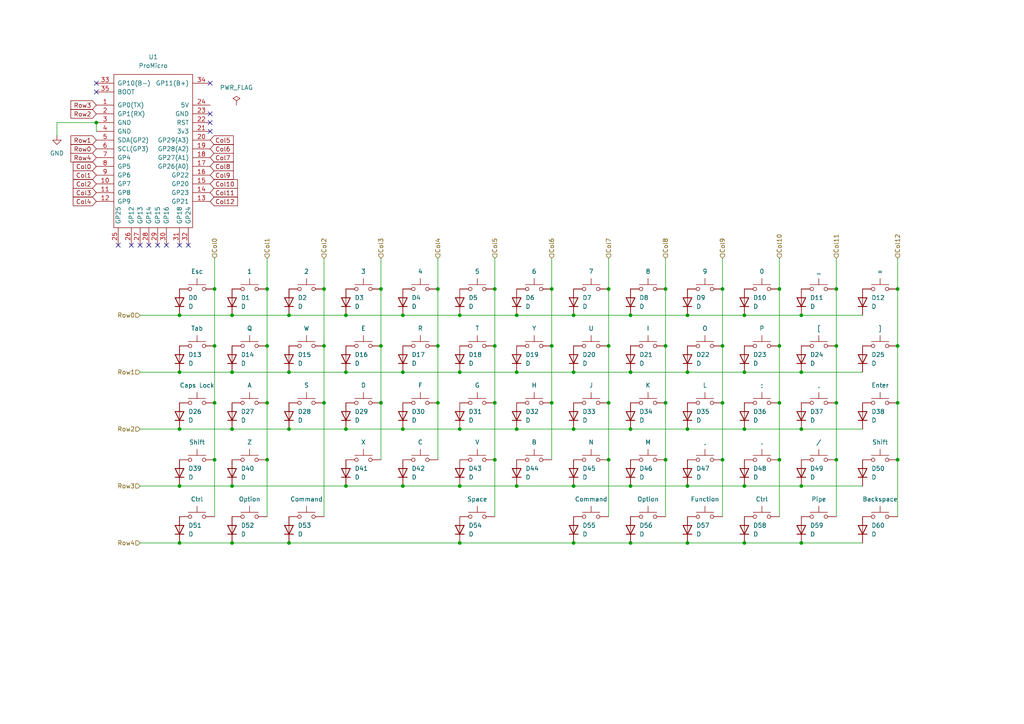
<source format=kicad_sch>
(kicad_sch (version 20250114) (generator "eeschema") (generator_version "9.0")
  (paper "A4")
  (junction (at 62.23 133.35))
  (junction (at 149.86 124.46))
  (junction (at 110.49 83.82))
  (junction (at 67.31 107.95))
  (junction (at 176.53 83.82))
  (junction (at 127 116.84))
  (junction (at 27.94 35.56))
  (junction (at 160.02 100.33))
  (junction (at 232.41 91.44))
  (junction (at 133.35 91.44))
  (junction (at 182.88 91.44))
  (junction (at 100.33 124.46))
  (junction (at 110.49 100.33))
  (junction (at 242.57 100.33))
  (junction (at 182.88 140.97))
  (junction (at 260.35 100.33))
  (junction (at 166.37 107.95))
  (junction (at 52.07 107.95))
  (junction (at 67.31 140.97))
  (junction (at 176.53 116.84))
  (junction (at 215.9 124.46))
  (junction (at 127 83.82))
  (junction (at 116.84 107.95))
  (junction (at 166.37 124.46))
  (junction (at 143.51 133.35))
  (junction (at 209.55 133.35))
  (junction (at 226.06 83.82))
  (junction (at 199.39 140.97))
  (junction (at 182.88 157.48))
  (junction (at 77.47 116.84))
  (junction (at 149.86 140.97))
  (junction (at 242.57 133.35))
  (junction (at 143.51 100.33))
  (junction (at 182.88 107.95))
  (junction (at 83.82 107.95))
  (junction (at 100.33 91.44))
  (junction (at 67.31 157.48))
  (junction (at 209.55 83.82))
  (junction (at 215.9 107.95))
  (junction (at 193.04 116.84))
  (junction (at 242.57 116.84))
  (junction (at 193.04 133.35))
  (junction (at 100.33 107.95))
  (junction (at 160.02 83.82))
  (junction (at 176.53 133.35))
  (junction (at 52.07 124.46))
  (junction (at 83.82 91.44))
  (junction (at 133.35 157.48))
  (junction (at 226.06 116.84))
  (junction (at 209.55 100.33))
  (junction (at 260.35 133.35))
  (junction (at 232.41 140.97))
  (junction (at 116.84 140.97))
  (junction (at 143.51 116.84))
  (junction (at 199.39 91.44))
  (junction (at 166.37 157.48))
  (junction (at 215.9 157.48))
  (junction (at 67.31 91.44))
  (junction (at 176.53 100.33))
  (junction (at 62.23 100.33))
  (junction (at 93.98 100.33))
  (junction (at 149.86 91.44))
  (junction (at 232.41 124.46))
  (junction (at 226.06 133.35))
  (junction (at 193.04 100.33))
  (junction (at 100.33 140.97))
  (junction (at 133.35 107.95))
  (junction (at 199.39 124.46))
  (junction (at 93.98 83.82))
  (junction (at 166.37 91.44))
  (junction (at 232.41 107.95))
  (junction (at 133.35 124.46))
  (junction (at 116.84 91.44))
  (junction (at 215.9 91.44))
  (junction (at 199.39 107.95))
  (junction (at 143.51 83.82))
  (junction (at 232.41 157.48))
  (junction (at 133.35 140.97))
  (junction (at 149.86 107.95))
  (junction (at 160.02 116.84))
  (junction (at 52.07 157.48))
  (junction (at 93.98 116.84))
  (junction (at 127 100.33))
  (junction (at 166.37 140.97))
  (junction (at 83.82 124.46))
  (junction (at 193.04 83.82))
  (junction (at 116.84 124.46))
  (junction (at 242.57 83.82))
  (junction (at 226.06 100.33))
  (junction (at 199.39 157.48))
  (junction (at 67.31 124.46))
  (junction (at 110.49 116.84))
  (junction (at 77.47 83.82))
  (junction (at 260.35 116.84))
  (junction (at 77.47 133.35))
  (junction (at 52.07 91.44))
  (junction (at 83.82 157.48))
  (junction (at 77.47 100.33))
  (junction (at 215.9 140.97))
  (junction (at 182.88 124.46))
  (junction (at 62.23 116.84))
  (junction (at 260.35 83.82))
  (junction (at 209.55 116.84))
  (junction (at 52.07 140.97))
  (junction (at 62.23 83.82))
  (no_connect (at 48.26 71.12))
  (no_connect (at 60.96 38.1))
  (no_connect (at 27.94 24.13))
  (no_connect (at 40.64 71.12))
  (no_connect (at 60.96 33.02))
  (no_connect (at 38.1 71.12))
  (no_connect (at 60.96 24.13))
  (no_connect (at 43.18 71.12))
  (no_connect (at 45.72 71.12))
  (no_connect (at 60.96 35.56))
  (no_connect (at 52.07 71.12))
  (no_connect (at 34.29 71.12))
  (no_connect (at 27.94 26.67))
  (no_connect (at 54.61 71.12))
  (wire (pts (xy 232.41 107.95) (xy 250.19 107.95)))
  (wire (pts (xy 133.35 91.44) (xy 149.86 91.44)))
  (wire (pts (xy 160.02 74.93) (xy 160.02 83.82)))
  (wire (pts (xy 215.9 107.95) (xy 232.41 107.95)))
  (wire (pts (xy 182.88 107.95) (xy 199.39 107.95)))
  (wire (pts (xy 52.07 157.48) (xy 67.31 157.48)))
  (wire (pts (xy 40.64 91.44) (xy 52.07 91.44)))
  (wire (pts (xy 260.35 100.33) (xy 260.35 116.84)))
  (wire (pts (xy 209.55 116.84) (xy 209.55 133.35)))
  (wire (pts (xy 166.37 140.97) (xy 182.88 140.97)))
  (wire (pts (xy 199.39 157.48) (xy 215.9 157.48)))
  (wire (pts (xy 199.39 107.95) (xy 215.9 107.95)))
  (wire (pts (xy 143.51 74.93) (xy 143.51 83.82)))
  (wire (pts (xy 199.39 140.97) (xy 215.9 140.97)))
  (wire (pts (xy 62.23 74.93) (xy 62.23 83.82)))
  (wire (pts (xy 260.35 83.82) (xy 260.35 100.33)))
  (wire (pts (xy 127 83.82) (xy 127 100.33)))
  (wire (pts (xy 182.88 157.48) (xy 199.39 157.48)))
  (wire (pts (xy 166.37 157.48) (xy 182.88 157.48)))
  (wire (pts (xy 62.23 133.35) (xy 62.23 149.86)))
  (wire (pts (xy 232.41 157.48) (xy 250.19 157.48)))
  (wire (pts (xy 176.53 100.33) (xy 176.53 116.84)))
  (wire (pts (xy 160.02 83.82) (xy 160.02 100.33)))
  (wire (pts (xy 232.41 91.44) (xy 250.19 91.44)))
  (wire (pts (xy 67.31 157.48) (xy 83.82 157.48)))
  (wire (pts (xy 40.64 140.97) (xy 52.07 140.97)))
  (wire (pts (xy 176.53 116.84) (xy 176.53 133.35)))
  (wire (pts (xy 133.35 107.95) (xy 149.86 107.95)))
  (wire (pts (xy 149.86 124.46) (xy 166.37 124.46)))
  (wire (pts (xy 116.84 107.95) (xy 133.35 107.95)))
  (wire (pts (xy 83.82 157.48) (xy 133.35 157.48)))
  (wire (pts (xy 100.33 107.95) (xy 116.84 107.95)))
  (wire (pts (xy 83.82 124.46) (xy 100.33 124.46)))
  (wire (pts (xy 100.33 124.46) (xy 116.84 124.46)))
  (wire (pts (xy 93.98 83.82) (xy 93.98 100.33)))
  (wire (pts (xy 242.57 100.33) (xy 242.57 116.84)))
  (wire (pts (xy 209.55 74.93) (xy 209.55 83.82)))
  (wire (pts (xy 110.49 100.33) (xy 110.49 116.84)))
  (wire (pts (xy 166.37 91.44) (xy 182.88 91.44)))
  (wire (pts (xy 67.31 91.44) (xy 83.82 91.44)))
  (wire (pts (xy 110.49 83.82) (xy 110.49 100.33)))
  (wire (pts (xy 67.31 140.97) (xy 100.33 140.97)))
  (wire (pts (xy 27.94 35.56) (xy 27.94 38.1)))
  (wire (pts (xy 242.57 116.84) (xy 242.57 133.35)))
  (wire (pts (xy 67.31 107.95) (xy 83.82 107.95)))
  (wire (pts (xy 242.57 133.35) (xy 242.57 149.86)))
  (wire (pts (xy 209.55 100.33) (xy 209.55 116.84)))
  (wire (pts (xy 160.02 116.84) (xy 160.02 133.35)))
  (wire (pts (xy 226.06 83.82) (xy 226.06 100.33)))
  (wire (pts (xy 193.04 133.35) (xy 193.04 149.86)))
  (wire (pts (xy 193.04 116.84) (xy 193.04 133.35)))
  (wire (pts (xy 83.82 107.95) (xy 100.33 107.95)))
  (wire (pts (xy 77.47 83.82) (xy 77.47 100.33)))
  (wire (pts (xy 116.84 140.97) (xy 133.35 140.97)))
  (wire (pts (xy 40.64 157.48) (xy 52.07 157.48)))
  (wire (pts (xy 133.35 157.48) (xy 166.37 157.48)))
  (wire (pts (xy 100.33 91.44) (xy 116.84 91.44)))
  (wire (pts (xy 199.39 124.46) (xy 215.9 124.46)))
  (wire (pts (xy 242.57 74.93) (xy 242.57 83.82)))
  (wire (pts (xy 176.53 133.35) (xy 176.53 149.86)))
  (wire (pts (xy 215.9 157.48) (xy 232.41 157.48)))
  (wire (pts (xy 52.07 124.46) (xy 67.31 124.46)))
  (wire (pts (xy 182.88 124.46) (xy 199.39 124.46)))
  (wire (pts (xy 182.88 140.97) (xy 199.39 140.97)))
  (wire (pts (xy 110.49 116.84) (xy 110.49 133.35)))
  (wire (pts (xy 93.98 116.84) (xy 93.98 149.86)))
  (wire (pts (xy 52.07 140.97) (xy 67.31 140.97)))
  (wire (pts (xy 116.84 91.44) (xy 133.35 91.44)))
  (wire (pts (xy 242.57 83.82) (xy 242.57 100.33)))
  (wire (pts (xy 116.84 124.46) (xy 133.35 124.46)))
  (wire (pts (xy 52.07 107.95) (xy 67.31 107.95)))
  (wire (pts (xy 232.41 124.46) (xy 250.19 124.46)))
  (wire (pts (xy 127 100.33) (xy 127 116.84)))
  (wire (pts (xy 133.35 124.46) (xy 149.86 124.46)))
  (wire (pts (xy 215.9 140.97) (xy 232.41 140.97)))
  (wire (pts (xy 226.06 74.93) (xy 226.06 83.82)))
  (wire (pts (xy 193.04 83.82) (xy 193.04 100.33)))
  (wire (pts (xy 127 74.93) (xy 127 83.82)))
  (wire (pts (xy 260.35 133.35) (xy 260.35 149.86)))
  (wire (pts (xy 260.35 74.93) (xy 260.35 83.82)))
  (wire (pts (xy 232.41 140.97) (xy 250.19 140.97)))
  (wire (pts (xy 110.49 74.93) (xy 110.49 83.82)))
  (wire (pts (xy 77.47 100.33) (xy 77.47 116.84)))
  (wire (pts (xy 182.88 91.44) (xy 199.39 91.44)))
  (wire (pts (xy 77.47 133.35) (xy 77.47 149.86)))
  (wire (pts (xy 62.23 116.84) (xy 62.23 133.35)))
  (wire (pts (xy 226.06 116.84) (xy 226.06 133.35)))
  (wire (pts (xy 193.04 100.33) (xy 193.04 116.84)))
  (wire (pts (xy 93.98 100.33) (xy 93.98 116.84)))
  (wire (pts (xy 166.37 107.95) (xy 182.88 107.95)))
  (wire (pts (xy 40.64 124.46) (xy 52.07 124.46)))
  (wire (pts (xy 143.51 116.84) (xy 143.51 133.35)))
  (wire (pts (xy 226.06 133.35) (xy 226.06 149.86)))
  (wire (pts (xy 143.51 83.82) (xy 143.51 100.33)))
  (wire (pts (xy 40.64 107.95) (xy 52.07 107.95)))
  (wire (pts (xy 62.23 83.82) (xy 62.23 100.33)))
  (wire (pts (xy 260.35 116.84) (xy 260.35 133.35)))
  (wire (pts (xy 149.86 107.95) (xy 166.37 107.95)))
  (wire (pts (xy 67.31 124.46) (xy 83.82 124.46)))
  (wire (pts (xy 209.55 133.35) (xy 209.55 149.86)))
  (wire (pts (xy 176.53 74.93) (xy 176.53 83.82)))
  (wire (pts (xy 149.86 91.44) (xy 166.37 91.44)))
  (wire (pts (xy 226.06 100.33) (xy 226.06 116.84)))
  (wire (pts (xy 83.82 91.44) (xy 100.33 91.44)))
  (wire (pts (xy 199.39 91.44) (xy 215.9 91.44)))
  (wire (pts (xy 100.33 140.97) (xy 116.84 140.97)))
  (wire (pts (xy 77.47 74.93) (xy 77.47 83.82)))
  (wire (pts (xy 209.55 83.82) (xy 209.55 100.33)))
  (wire (pts (xy 215.9 91.44) (xy 232.41 91.44)))
  (wire (pts (xy 127 116.84) (xy 127 133.35)))
  (wire (pts (xy 176.53 83.82) (xy 176.53 100.33)))
  (wire (pts (xy 133.35 140.97) (xy 149.86 140.97)))
  (wire (pts (xy 62.23 100.33) (xy 62.23 116.84)))
  (wire (pts (xy 160.02 100.33) (xy 160.02 116.84)))
  (wire (pts (xy 143.51 100.33) (xy 143.51 116.84)))
  (wire (pts (xy 93.98 74.93) (xy 93.98 83.82)))
  (wire (pts (xy 52.07 91.44) (xy 67.31 91.44)))
  (wire (pts (xy 143.51 133.35) (xy 143.51 149.86)))
  (wire (pts (xy 149.86 140.97) (xy 166.37 140.97)))
  (wire (pts (xy 166.37 124.46) (xy 182.88 124.46)))
  (wire (pts (xy 16.51 35.56) (xy 27.94 35.56)))
  (wire (pts (xy 16.51 39.37) (xy 16.51 35.56)))
  (wire (pts (xy 215.9 124.46) (xy 232.41 124.46)))
  (wire (pts (xy 193.04 74.93) (xy 193.04 83.82)))
  (wire (pts (xy 77.47 116.84) (xy 77.47 133.35)))
  (global_label "Col2" (shape input) (at 27.94 53.34 180) (property "Intersheetrefs" "${INTERSHEET_REFS}" (effects (hide yes))))
  (global_label "Col5" (shape input) (at 60.96 40.64 0) (property "Intersheetrefs" "${INTERSHEET_REFS}" (effects (hide yes))))
  (global_label "Row2" (shape input) (at 27.94 33.02 180) (property "Intersheetrefs" "${INTERSHEET_REFS}" (effects (hide yes))))
  (global_label "Col12" (shape input) (at 60.96 58.42 0) (property "Intersheetrefs" "${INTERSHEET_REFS}" (effects (hide yes))))
  (global_label "Col1" (shape input) (at 27.94 50.8 180) (property "Intersheetrefs" "${INTERSHEET_REFS}" (effects (hide yes))))
  (global_label "Row3" (shape input) (at 27.94 30.48 180) (property "Intersheetrefs" "${INTERSHEET_REFS}" (effects (hide yes))))
  (global_label "Row4" (shape input) (at 27.94 45.72 180) (property "Intersheetrefs" "${INTERSHEET_REFS}" (effects (hide yes))))
  (global_label "Col0" (shape input) (at 27.94 48.26 180) (property "Intersheetrefs" "${INTERSHEET_REFS}" (effects (hide yes))))
  (global_label "Col4" (shape input) (at 27.94 58.42 180) (property "Intersheetrefs" "${INTERSHEET_REFS}" (effects (hide yes))))
  (global_label "Col11" (shape input) (at 60.96 55.88 0) (property "Intersheetrefs" "${INTERSHEET_REFS}" (effects (hide yes))))
  (global_label "Row1" (shape input) (at 27.94 40.64 180) (property "Intersheetrefs" "${INTERSHEET_REFS}" (effects (hide yes))))
  (global_label "Col10" (shape input) (at 60.96 53.34 0) (property "Intersheetrefs" "${INTERSHEET_REFS}" (effects (hide yes))))
  (global_label "Col8" (shape input) (at 60.96 48.26 0) (property "Intersheetrefs" "${INTERSHEET_REFS}" (effects (hide yes))))
  (global_label "Col6" (shape input) (at 60.96 43.18 0) (property "Intersheetrefs" "${INTERSHEET_REFS}" (effects (hide yes))))
  (global_label "Row0" (shape input) (at 27.94 43.18 180) (property "Intersheetrefs" "${INTERSHEET_REFS}" (effects (hide yes))))
  (global_label "Col3" (shape input) (at 27.94 55.88 180) (property "Intersheetrefs" "${INTERSHEET_REFS}" (effects (hide yes))))
  (global_label "Col7" (shape input) (at 60.96 45.72 0) (property "Intersheetrefs" "${INTERSHEET_REFS}" (effects (hide yes))))
  (global_label "Col9" (shape input) (at 60.96 50.8 0) (property "Intersheetrefs" "${INTERSHEET_REFS}" (effects (hide yes))))
  (hierarchical_label "Row4" (shape input) (at 40.64 157.48 180))
  (hierarchical_label "Col11" (shape input) (at 242.57 74.93 90))
  (hierarchical_label "Col9" (shape input) (at 209.55 74.93 90))
  (hierarchical_label "Col4" (shape input) (at 127 74.93 90))
  (hierarchical_label "Col1" (shape input) (at 77.47 74.93 90))
  (hierarchical_label "Col12" (shape input) (at 260.35 74.93 90))
  (hierarchical_label "Row2" (shape input) (at 40.64 124.46 180))
  (hierarchical_label "Col2" (shape input) (at 93.98 74.93 90))
  (hierarchical_label "Col10" (shape input) (at 226.06 74.93 90))
  (hierarchical_label "Row0" (shape input) (at 40.64 91.44 180))
  (hierarchical_label "Col6" (shape input) (at 160.02 74.93 90))
  (hierarchical_label "Row3" (shape input) (at 40.64 140.97 180))
  (hierarchical_label "Col8" (shape input) (at 193.04 74.93 90))
  (hierarchical_label "Col7" (shape input) (at 176.53 74.93 90))
  (hierarchical_label "Col3" (shape input) (at 110.49 74.93 90))
  (hierarchical_label "Col5" (shape input) (at 143.51 74.93 90))
  (hierarchical_label "Col0" (shape input) (at 62.23 74.93 90))
  (hierarchical_label "Row1" (shape input) (at 40.64 107.95 180))
  (symbol (lib_id "Device:D") (at 250.19 120.65 90) (unit 1)
    (property "Reference" "D38" (at 252.73 119.3799 90) (effects (justify right)))
    (property "Value" "D" (at 252.73 121.9199 90) (effects (justify right)))
    (property "Footprint" "Diode_SMD:D_SOD-123" (effects (hide yes)))
    (property "Description" "Diode" (effects (hide yes)))
    (property "Sim.Device" "D" (effects (hide yes)))
    (property "Sim.Pins" "1=K 2=A" (effects (hide yes)))
  )
  (symbol (lib_id "Switch:SW_Push") (at 72.39 100.33 0) (unit 1)
    (property "Reference" "K101" (effects (hide yes)))
    (property "Value" "Q" (at 72.39 95.25 0))
    (property "Footprint" "MX_Hotswap:MX-Hotswap-1U" (effects (hide yes)))
    (property "Description" "Push button switch, generic, two pins" (effects (hide yes)))
  )
  (symbol (lib_id "Switch:SW_Push") (at 72.39 133.35 0) (unit 1)
    (property "Reference" "K302" (effects (hide yes)))
    (property "Value" "Z" (at 72.39 128.27 0))
    (property "Footprint" "MX_Hotswap:MX-Hotswap-1U" (effects (hide yes)))
    (property "Description" "Push button switch, generic, two pins" (effects (hide yes)))
  )
  (symbol (lib_id "Switch:SW_Push") (at 255.27 133.35 0) (unit 1)
    (property "Reference" "K313" (effects (hide yes)))
    (property "Value" "Shift" (at 255.27 128.27 0))
    (property "Footprint" "MX_Hotswap:MX-Hotswap-2.75U" (effects (hide yes)))
    (property "Description" "Push button switch, generic, two pins" (effects (hide yes)))
  )
  (symbol (lib_id "Device:D") (at 100.33 137.16 90) (unit 1)
    (property "Reference" "D41" (at 102.87 135.8899 90) (effects (justify right)))
    (property "Value" "D" (at 102.87 138.4299 90) (effects (justify right)))
    (property "Footprint" "Diode_SMD:D_SOD-123" (effects (hide yes)))
    (property "Description" "Diode" (effects (hide yes)))
    (property "Sim.Device" "D" (effects (hide yes)))
    (property "Sim.Pins" "1=K 2=A" (effects (hide yes)))
  )
  (symbol (lib_id "Device:D") (at 116.84 137.16 90) (unit 1)
    (property "Reference" "D42" (at 119.38 135.8899 90) (effects (justify right)))
    (property "Value" "D" (at 119.38 138.4299 90) (effects (justify right)))
    (property "Footprint" "Diode_SMD:D_SOD-123" (effects (hide yes)))
    (property "Description" "Diode" (effects (hide yes)))
    (property "Sim.Device" "D" (effects (hide yes)))
    (property "Sim.Pins" "1=K 2=A" (effects (hide yes)))
  )
  (symbol (lib_id "Switch:SW_Push") (at 57.15 133.35 0) (unit 1)
    (property "Reference" "K300" (effects (hide yes)))
    (property "Value" "Shift" (at 57.15 128.27 0))
    (property "Footprint" "MX_Hotswap:MX-Hotswap-2.25U" (effects (hide yes)))
    (property "Description" "Push button switch, generic, two pins" (effects (hide yes)))
  )
  (symbol (lib_id "Device:D") (at 83.82 120.65 90) (unit 1)
    (property "Reference" "D28" (at 86.36 119.3799 90) (effects (justify right)))
    (property "Value" "D" (at 86.36 121.9199 90) (effects (justify right)))
    (property "Footprint" "Diode_SMD:D_SOD-123" (effects (hide yes)))
    (property "Description" "Diode" (effects (hide yes)))
    (property "Sim.Device" "D" (effects (hide yes)))
    (property "Sim.Pins" "1=K 2=A" (effects (hide yes)))
  )
  (symbol (lib_id "Switch:SW_Push") (at 154.94 116.84 0) (unit 1)
    (property "Reference" "K206" (effects (hide yes)))
    (property "Value" "H" (at 154.94 111.76 0))
    (property "Footprint" "MX_Hotswap:MX-Hotswap-1U" (effects (hide yes)))
    (property "Description" "Push button switch, generic, two pins" (effects (hide yes)))
  )
  (symbol (lib_id "Switch:SW_Push") (at 88.9 100.33 0) (unit 1)
    (property "Reference" "K102" (effects (hide yes)))
    (property "Value" "W" (at 88.9 95.25 0))
    (property "Footprint" "MX_Hotswap:MX-Hotswap-1U" (effects (hide yes)))
    (property "Description" "Push button switch, generic, two pins" (effects (hide yes)))
  )
  (symbol (lib_id "Switch:SW_Push") (at 121.92 83.82 0) (unit 1)
    (property "Reference" "K004" (effects (hide yes)))
    (property "Value" "4" (at 121.92 78.74 0))
    (property "Footprint" "MX_Hotswap:MX-Hotswap-1U" (effects (hide yes)))
    (property "Description" "Push button switch, generic, two pins" (effects (hide yes)))
  )
  (symbol (lib_id "Switch:SW_Push") (at 204.47 133.35 0) (unit 1)
    (property "Reference" "K309" (effects (hide yes)))
    (property "Value" "," (at 204.47 128.27 0))
    (property "Footprint" "MX_Hotswap:MX-Hotswap-1U" (effects (hide yes)))
    (property "Description" "Push button switch, generic, two pins" (effects (hide yes)))
  )
  (symbol (lib_id "Device:D") (at 100.33 87.63 90) (unit 1)
    (property "Reference" "D3" (at 102.87 86.3599 90) (effects (justify right)))
    (property "Value" "D" (at 102.87 88.8999 90) (effects (justify right)))
    (property "Footprint" "Diode_SMD:D_SOD-123" (effects (hide yes)))
    (property "Description" "Diode" (effects (hide yes)))
    (property "Sim.Device" "D" (effects (hide yes)))
    (property "Sim.Pins" "1=K 2=A" (effects (hide yes)))
  )
  (symbol (lib_id "Device:D") (at 182.88 153.67 90) (unit 1)
    (property "Reference" "D56" (at 185.42 152.3999 90) (effects (justify right)))
    (property "Value" "D" (at 185.42 154.9399 90) (effects (justify right)))
    (property "Footprint" "Diode_SMD:D_SOD-123" (effects (hide yes)))
    (property "Description" "Diode" (effects (hide yes)))
    (property "Sim.Device" "D" (effects (hide yes)))
    (property "Sim.Pins" "1=K 2=A" (effects (hide yes)))
  )
  (symbol (lib_id "Device:D") (at 182.88 120.65 90) (unit 1)
    (property "Reference" "D34" (at 185.42 119.3799 90) (effects (justify right)))
    (property "Value" "D" (at 185.42 121.9199 90) (effects (justify right)))
    (property "Footprint" "Diode_SMD:D_SOD-123" (effects (hide yes)))
    (property "Description" "Diode" (effects (hide yes)))
    (property "Sim.Device" "D" (effects (hide yes)))
    (property "Sim.Pins" "1=K 2=A" (effects (hide yes)))
  )
  (symbol (lib_id "Device:D") (at 83.82 153.67 90) (unit 1)
    (property "Reference" "D53" (at 86.36 152.3999 90) (effects (justify right)))
    (property "Value" "D" (at 86.36 154.9399 90) (effects (justify right)))
    (property "Footprint" "Diode_SMD:D_SOD-123" (effects (hide yes)))
    (property "Description" "Diode" (effects (hide yes)))
    (property "Sim.Device" "D" (effects (hide yes)))
    (property "Sim.Pins" "1=K 2=A" (effects (hide yes)))
  )
  (symbol (lib_id "Device:D") (at 250.19 137.16 90) (unit 1)
    (property "Reference" "D50" (at 252.73 135.8899 90) (effects (justify right)))
    (property "Value" "D" (at 252.73 138.4299 90) (effects (justify right)))
    (property "Footprint" "Diode_SMD:D_SOD-123" (effects (hide yes)))
    (property "Description" "Diode" (effects (hide yes)))
    (property "Sim.Device" "D" (effects (hide yes)))
    (property "Sim.Pins" "1=K 2=A" (effects (hide yes)))
  )
  (symbol (lib_id "Switch:SW_Push") (at 138.43 149.86 0) (unit 1)
    (property "Reference" "K406" (effects (hide yes)))
    (property "Value" "Space" (at 138.43 144.78 0))
    (property "Footprint" "MX_Hotswap:MX-Hotswap-6.25U-ReversedStabilizers" (effects (hide yes)))
    (property "Description" "Push button switch, generic, two pins" (effects (hide yes)))
  )
  (symbol (lib_id "Device:D") (at 166.37 137.16 90) (unit 1)
    (property "Reference" "D45" (at 168.91 135.8899 90) (effects (justify right)))
    (property "Value" "D" (at 168.91 138.4299 90) (effects (justify right)))
    (property "Footprint" "Diode_SMD:D_SOD-123" (effects (hide yes)))
    (property "Description" "Diode" (effects (hide yes)))
    (property "Sim.Device" "D" (effects (hide yes)))
    (property "Sim.Pins" "1=K 2=A" (effects (hide yes)))
  )
  (symbol (lib_id "Device:D") (at 250.19 87.63 90) (unit 1)
    (property "Reference" "D12" (at 252.73 86.3599 90) (effects (justify right)))
    (property "Value" "D" (at 252.73 88.8999 90) (effects (justify right)))
    (property "Footprint" "Diode_SMD:D_SOD-123" (effects (hide yes)))
    (property "Description" "Diode" (effects (hide yes)))
    (property "Sim.Device" "D" (effects (hide yes)))
    (property "Sim.Pins" "1=K 2=A" (effects (hide yes)))
  )
  (symbol (lib_id "Switch:SW_Push") (at 57.15 116.84 0) (unit 1)
    (property "Reference" "K200" (effects (hide yes)))
    (property "Value" "Caps Lock" (at 57.15 111.76 0))
    (property "Footprint" "MX_Hotswap:MX-Hotswap-1.75U" (effects (hide yes)))
    (property "Description" "Push button switch, generic, two pins" (effects (hide yes)))
  )
  (symbol (lib_id "Device:D") (at 199.39 87.63 90) (unit 1)
    (property "Reference" "D9" (at 201.93 86.3599 90) (effects (justify right)))
    (property "Value" "D" (at 201.93 88.8999 90) (effects (justify right)))
    (property "Footprint" "Diode_SMD:D_SOD-123" (effects (hide yes)))
    (property "Description" "Diode" (effects (hide yes)))
    (property "Sim.Device" "D" (effects (hide yes)))
    (property "Sim.Pins" "1=K 2=A" (effects (hide yes)))
  )
  (symbol (lib_id "Switch:SW_Push") (at 255.27 83.82 0) (unit 1)
    (property "Reference" "K012" (effects (hide yes)))
    (property "Value" "=" (at 255.27 78.74 0))
    (property "Footprint" "MX_Hotswap:MX-Hotswap-1U" (effects (hide yes)))
    (property "Description" "Push button switch, generic, two pins" (effects (hide yes)))
  )
  (symbol (lib_id "Device:D") (at 52.07 120.65 90) (unit 1)
    (property "Reference" "D26" (at 54.61 119.3799 90) (effects (justify right)))
    (property "Value" "D" (at 54.61 121.9199 90) (effects (justify right)))
    (property "Footprint" "Diode_SMD:D_SOD-123" (effects (hide yes)))
    (property "Description" "Diode" (effects (hide yes)))
    (property "Sim.Device" "D" (effects (hide yes)))
    (property "Sim.Pins" "1=K 2=A" (effects (hide yes)))
  )
  (symbol (lib_id "Switch:SW_Push") (at 88.9 116.84 0) (unit 1)
    (property "Reference" "K202" (effects (hide yes)))
    (property "Value" "S" (at 88.9 111.76 0))
    (property "Footprint" "MX_Hotswap:MX-Hotswap-1U" (effects (hide yes)))
    (property "Description" "Push button switch, generic, two pins" (effects (hide yes)))
  )
  (symbol (lib_id "Device:D") (at 100.33 120.65 90) (unit 1)
    (property "Reference" "D29" (at 102.87 119.3799 90) (effects (justify right)))
    (property "Value" "D" (at 102.87 121.9199 90) (effects (justify right)))
    (property "Footprint" "Diode_SMD:D_SOD-123" (effects (hide yes)))
    (property "Description" "Diode" (effects (hide yes)))
    (property "Sim.Device" "D" (effects (hide yes)))
    (property "Sim.Pins" "1=K 2=A" (effects (hide yes)))
  )
  (symbol (lib_id "Switch:SW_Push") (at 72.39 149.86 0) (unit 1)
    (property "Reference" "K401" (effects (hide yes)))
    (property "Value" "Option" (at 72.39 144.78 0))
    (property "Footprint" "MX_Hotswap:MX-Hotswap-1.25U" (effects (hide yes)))
    (property "Description" "Push button switch, generic, two pins" (effects (hide yes)))
  )
  (symbol (lib_id "Switch:SW_Push") (at 121.92 116.84 0) (unit 1)
    (property "Reference" "K204" (effects (hide yes)))
    (property "Value" "F" (at 121.92 111.76 0))
    (property "Footprint" "MX_Hotswap:MX-Hotswap-1U" (effects (hide yes)))
    (property "Description" "Push button switch, generic, two pins" (effects (hide yes)))
  )
  (symbol (lib_id "Switch:SW_Push") (at 57.15 83.82 0) (unit 1)
    (property "Reference" "K000" (effects (hide yes)))
    (property "Value" "Esc" (at 57.15 78.74 0))
    (property "Footprint" "MX_Hotswap:MX-Hotswap-1U" (effects (hide yes)))
    (property "Description" "Push button switch, generic, two pins" (effects (hide yes)))
  )
  (symbol (lib_id "Switch:SW_Push") (at 171.45 149.86 0) (unit 1)
    (property "Reference" "K410" (effects (hide yes)))
    (property "Value" "Command" (at 171.45 144.78 0))
    (property "Footprint" "MX_Hotswap:MX-Hotswap-1.25U" (effects (hide yes)))
    (property "Description" "Push button switch, generic, two pins" (effects (hide yes)))
  )
  (symbol (lib_id "Device:D") (at 232.41 87.63 90) (unit 1)
    (property "Reference" "D11" (at 234.95 86.3599 90) (effects (justify right)))
    (property "Value" "D" (at 234.95 88.8999 90) (effects (justify right)))
    (property "Footprint" "Diode_SMD:D_SOD-123" (effects (hide yes)))
    (property "Description" "Diode" (effects (hide yes)))
    (property "Sim.Device" "D" (effects (hide yes)))
    (property "Sim.Pins" "1=K 2=A" (effects (hide yes)))
  )
  (symbol (lib_id "Device:D") (at 52.07 87.63 90) (unit 1)
    (property "Reference" "D0" (at 54.61 86.3599 90) (effects (justify right)))
    (property "Value" "D" (at 54.61 88.8999 90) (effects (justify right)))
    (property "Footprint" "Diode_SMD:D_SOD-123" (effects (hide yes)))
    (property "Description" "Diode" (effects (hide yes)))
    (property "Sim.Device" "D" (effects (hide yes)))
    (property "Sim.Pins" "1=K 2=A" (effects (hide yes)))
  )
  (symbol (lib_id "Device:D") (at 215.9 87.63 90) (unit 1)
    (property "Reference" "D10" (at 218.44 86.3599 90) (effects (justify right)))
    (property "Value" "D" (at 218.44 88.8999 90) (effects (justify right)))
    (property "Footprint" "Diode_SMD:D_SOD-123" (effects (hide yes)))
    (property "Description" "Diode" (effects (hide yes)))
    (property "Sim.Device" "D" (effects (hide yes)))
    (property "Sim.Pins" "1=K 2=A" (effects (hide yes)))
  )
  (symbol (lib_id "Switch:SW_Push") (at 187.96 83.82 0) (unit 1)
    (property "Reference" "K008" (effects (hide yes)))
    (property "Value" "8" (at 187.96 78.74 0))
    (property "Footprint" "MX_Hotswap:MX-Hotswap-1U" (effects (hide yes)))
    (property "Description" "Push button switch, generic, two pins" (effects (hide yes)))
  )
  (symbol (lib_id "Switch:SW_Push") (at 105.41 133.35 0) (unit 1)
    (property "Reference" "K303" (effects (hide yes)))
    (property "Value" "X" (at 105.41 128.27 0))
    (property "Footprint" "MX_Hotswap:MX-Hotswap-1U" (effects (hide yes)))
    (property "Description" "Push button switch, generic, two pins" (effects (hide yes)))
  )
  (symbol (lib_id "Device:D") (at 149.86 87.63 90) (unit 1)
    (property "Reference" "D6" (at 152.4 86.3599 90) (effects (justify right)))
    (property "Value" "D" (at 152.4 88.8999 90) (effects (justify right)))
    (property "Footprint" "Diode_SMD:D_SOD-123" (effects (hide yes)))
    (property "Description" "Diode" (effects (hide yes)))
    (property "Sim.Device" "D" (effects (hide yes)))
    (property "Sim.Pins" "1=K 2=A" (effects (hide yes)))
  )
  (symbol (lib_id "Switch:SW_Push") (at 121.92 100.33 0) (unit 1)
    (property "Reference" "K104" (effects (hide yes)))
    (property "Value" "R" (at 121.92 95.25 0))
    (property "Footprint" "MX_Hotswap:MX-Hotswap-1U" (effects (hide yes)))
    (property "Description" "Push button switch, generic, two pins" (effects (hide yes)))
  )
  (symbol (lib_id "Switch:SW_Push") (at 255.27 116.84 0) (unit 1)
    (property "Reference" "K213" (effects (hide yes)))
    (property "Value" "Enter" (at 255.27 111.76 0))
    (property "Footprint" "MX_Hotswap:MX-Hotswap-2.25U" (effects (hide yes)))
    (property "Description" "Push button switch, generic, two pins" (effects (hide yes)))
  )
  (symbol (lib_id "Switch:SW_Push") (at 154.94 83.82 0) (unit 1)
    (property "Reference" "K006" (effects (hide yes)))
    (property "Value" "6" (at 154.94 78.74 0))
    (property "Footprint" "MX_Hotswap:MX-Hotswap-1U" (effects (hide yes)))
    (property "Description" "Push button switch, generic, two pins" (effects (hide yes)))
  )
  (symbol (lib_id "Device:D") (at 133.35 137.16 90) (unit 1)
    (property "Reference" "D43" (at 135.89 135.8899 90) (effects (justify right)))
    (property "Value" "D" (at 135.89 138.4299 90) (effects (justify right)))
    (property "Footprint" "Diode_SMD:D_SOD-123" (effects (hide yes)))
    (property "Description" "Diode" (effects (hide yes)))
    (property "Sim.Device" "D" (effects (hide yes)))
    (property "Sim.Pins" "1=K 2=A" (effects (hide yes)))
  )
  (symbol (lib_id "Device:D") (at 232.41 153.67 90) (unit 1)
    (property "Reference" "D59" (at 234.95 152.3999 90) (effects (justify right)))
    (property "Value" "D" (at 234.95 154.9399 90) (effects (justify right)))
    (property "Footprint" "Diode_SMD:D_SOD-123" (effects (hide yes)))
    (property "Description" "Diode" (effects (hide yes)))
    (property "Sim.Device" "D" (effects (hide yes)))
    (property "Sim.Pins" "1=K 2=A" (effects (hide yes)))
  )
  (symbol (lib_id "Switch:SW_Push") (at 187.96 116.84 0) (unit 1)
    (property "Reference" "K208" (effects (hide yes)))
    (property "Value" "K" (at 187.96 111.76 0))
    (property "Footprint" "MX_Hotswap:MX-Hotswap-1U" (effects (hide yes)))
    (property "Description" "Push button switch, generic, two pins" (effects (hide yes)))
  )
  (symbol (lib_id "Device:D") (at 215.9 104.14 90) (unit 1)
    (property "Reference" "D23" (at 218.44 102.8699 90) (effects (justify right)))
    (property "Value" "D" (at 218.44 105.4099 90) (effects (justify right)))
    (property "Footprint" "Diode_SMD:D_SOD-123" (effects (hide yes)))
    (property "Description" "Diode" (effects (hide yes)))
    (property "Sim.Device" "D" (effects (hide yes)))
    (property "Sim.Pins" "1=K 2=A" (effects (hide yes)))
  )
  (symbol (lib_id "Device:D") (at 166.37 87.63 90) (unit 1)
    (property "Reference" "D7" (at 168.91 86.3599 90) (effects (justify right)))
    (property "Value" "D" (at 168.91 88.8999 90) (effects (justify right)))
    (property "Footprint" "Diode_SMD:D_SOD-123" (effects (hide yes)))
    (property "Description" "Diode" (effects (hide yes)))
    (property "Sim.Device" "D" (effects (hide yes)))
    (property "Sim.Pins" "1=K 2=A" (effects (hide yes)))
  )
  (symbol (lib_id "Switch:SW_Push") (at 220.98 133.35 0) (unit 1)
    (property "Reference" "K310" (effects (hide yes)))
    (property "Value" "." (at 220.98 128.27 0))
    (property "Footprint" "MX_Hotswap:MX-Hotswap-1U" (effects (hide yes)))
    (property "Description" "Push button switch, generic, two pins" (effects (hide yes)))
  )
  (symbol (lib_id "Device:D") (at 182.88 104.14 90) (unit 1)
    (property "Reference" "D21" (at 185.42 102.8699 90) (effects (justify right)))
    (property "Value" "D" (at 185.42 105.4099 90) (effects (justify right)))
    (property "Footprint" "Diode_SMD:D_SOD-123" (effects (hide yes)))
    (property "Description" "Diode" (effects (hide yes)))
    (property "Sim.Device" "D" (effects (hide yes)))
    (property "Sim.Pins" "1=K 2=A" (effects (hide yes)))
  )
  (symbol (lib_id "Switch:SW_Push") (at 138.43 133.35 0) (unit 1)
    (property "Reference" "K305" (effects (hide yes)))
    (property "Value" "V" (at 138.43 128.27 0))
    (property "Footprint" "MX_Hotswap:MX-Hotswap-1U" (effects (hide yes)))
    (property "Description" "Push button switch, generic, two pins" (effects (hide yes)))
  )
  (symbol (lib_id "Switch:SW_Push") (at 88.9 149.86 0) (unit 1)
    (property "Reference" "K402" (effects (hide yes)))
    (property "Value" "Command" (at 88.9 144.78 0))
    (property "Footprint" "MX_Hotswap:MX-Hotswap-1.25U" (effects (hide yes)))
    (property "Description" "Push button switch, generic, two pins" (effects (hide yes)))
  )
  (symbol (lib_id "Device:D") (at 133.35 153.67 90) (unit 1)
    (property "Reference" "D54" (at 135.89 152.3999 90) (effects (justify right)))
    (property "Value" "D" (at 135.89 154.9399 90) (effects (justify right)))
    (property "Footprint" "Diode_SMD:D_SOD-123" (effects (hide yes)))
    (property "Description" "Diode" (effects (hide yes)))
    (property "Sim.Device" "D" (effects (hide yes)))
    (property "Sim.Pins" "1=K 2=A" (effects (hide yes)))
  )
  (symbol (lib_id "Device:D") (at 133.35 104.14 90) (unit 1)
    (property "Reference" "D18" (at 135.89 102.8699 90) (effects (justify right)))
    (property "Value" "D" (at 135.89 105.4099 90) (effects (justify right)))
    (property "Footprint" "Diode_SMD:D_SOD-123" (effects (hide yes)))
    (property "Description" "Diode" (effects (hide yes)))
    (property "Sim.Device" "D" (effects (hide yes)))
    (property "Sim.Pins" "1=K 2=A" (effects (hide yes)))
  )
  (symbol (lib_id "Device:D") (at 199.39 153.67 90) (unit 1)
    (property "Reference" "D57" (at 201.93 152.3999 90) (effects (justify right)))
    (property "Value" "D" (at 201.93 154.9399 90) (effects (justify right)))
    (property "Footprint" "Diode_SMD:D_SOD-123" (effects (hide yes)))
    (property "Description" "Diode" (effects (hide yes)))
    (property "Sim.Device" "D" (effects (hide yes)))
    (property "Sim.Pins" "1=K 2=A" (effects (hide yes)))
  )
  (symbol (lib_id "Switch:SW_Push") (at 72.39 116.84 0) (unit 1)
    (property "Reference" "K201" (effects (hide yes)))
    (property "Value" "A" (at 72.39 111.76 0))
    (property "Footprint" "MX_Hotswap:MX-Hotswap-1U" (effects (hide yes)))
    (property "Description" "Push button switch, generic, two pins" (effects (hide yes)))
  )
  (symbol (lib_id "Device:D") (at 232.41 137.16 90) (unit 1)
    (property "Reference" "D49" (at 234.95 135.8899 90) (effects (justify right)))
    (property "Value" "D" (at 234.95 138.4299 90) (effects (justify right)))
    (property "Footprint" "Diode_SMD:D_SOD-123" (effects (hide yes)))
    (property "Description" "Diode" (effects (hide yes)))
    (property "Sim.Device" "D" (effects (hide yes)))
    (property "Sim.Pins" "1=K 2=A" (effects (hide yes)))
  )
  (symbol (lib_id "Device:D") (at 250.19 104.14 90) (unit 1)
    (property "Reference" "D25" (at 252.73 102.8699 90) (effects (justify right)))
    (property "Value" "D" (at 252.73 105.4099 90) (effects (justify right)))
    (property "Footprint" "Diode_SMD:D_SOD-123" (effects (hide yes)))
    (property "Description" "Diode" (effects (hide yes)))
    (property "Sim.Device" "D" (effects (hide yes)))
    (property "Sim.Pins" "1=K 2=A" (effects (hide yes)))
  )
  (symbol (lib_id "Device:D") (at 52.07 104.14 90) (unit 1)
    (property "Reference" "D13" (at 54.61 102.8699 90) (effects (justify right)))
    (property "Value" "D" (at 54.61 105.4099 90) (effects (justify right)))
    (property "Footprint" "Diode_SMD:D_SOD-123" (effects (hide yes)))
    (property "Description" "Diode" (effects (hide yes)))
    (property "Sim.Device" "D" (effects (hide yes)))
    (property "Sim.Pins" "1=K 2=A" (effects (hide yes)))
  )
  (symbol (lib_id "Switch:SW_Push") (at 171.45 83.82 0) (unit 1)
    (property "Reference" "K007" (effects (hide yes)))
    (property "Value" "7" (at 171.45 78.74 0))
    (property "Footprint" "MX_Hotswap:MX-Hotswap-1U" (effects (hide yes)))
    (property "Description" "Push button switch, generic, two pins" (effects (hide yes)))
  )
  (symbol (lib_id "Switch:SW_Push") (at 105.41 100.33 0) (unit 1)
    (property "Reference" "K103" (effects (hide yes)))
    (property "Value" "E" (at 105.41 95.25 0))
    (property "Footprint" "MX_Hotswap:MX-Hotswap-1U" (effects (hide yes)))
    (property "Description" "Push button switch, generic, two pins" (effects (hide yes)))
  )
  (symbol (lib_id "Device:D") (at 232.41 120.65 90) (unit 1)
    (property "Reference" "D37" (at 234.95 119.3799 90) (effects (justify right)))
    (property "Value" "D" (at 234.95 121.9199 90) (effects (justify right)))
    (property "Footprint" "Diode_SMD:D_SOD-123" (effects (hide yes)))
    (property "Description" "Diode" (effects (hide yes)))
    (property "Sim.Device" "D" (effects (hide yes)))
    (property "Sim.Pins" "1=K 2=A" (effects (hide yes)))
  )
  (symbol (lib_id "Switch:SW_Push") (at 204.47 116.84 0) (unit 1)
    (property "Reference" "K209" (effects (hide yes)))
    (property "Value" "L" (at 204.47 111.76 0))
    (property "Footprint" "MX_Hotswap:MX-Hotswap-1U" (effects (hide yes)))
    (property "Description" "Push button switch, generic, two pins" (effects (hide yes)))
  )
  (symbol (lib_id "Device:D") (at 199.39 120.65 90) (unit 1)
    (property "Reference" "D35" (at 201.93 119.3799 90) (effects (justify right)))
    (property "Value" "D" (at 201.93 121.9199 90) (effects (justify right)))
    (property "Footprint" "Diode_SMD:D_SOD-123" (effects (hide yes)))
    (property "Description" "Diode" (effects (hide yes)))
    (property "Sim.Device" "D" (effects (hide yes)))
    (property "Sim.Pins" "1=K 2=A" (effects (hide yes)))
  )
  (symbol (lib_id "Switch:SW_Push") (at 88.9 83.82 0) (unit 1)
    (property "Reference" "K002" (effects (hide yes)))
    (property "Value" "2" (at 88.9 78.74 0))
    (property "Footprint" "MX_Hotswap:MX-Hotswap-1U" (effects (hide yes)))
    (property "Description" "Push button switch, generic, two pins" (effects (hide yes)))
  )
  (symbol (lib_id "Device:D") (at 182.88 87.63 90) (unit 1)
    (property "Reference" "D8" (at 185.42 86.3599 90) (effects (justify right)))
    (property "Value" "D" (at 185.42 88.8999 90) (effects (justify right)))
    (property "Footprint" "Diode_SMD:D_SOD-123" (effects (hide yes)))
    (property "Description" "Diode" (effects (hide yes)))
    (property "Sim.Device" "D" (effects (hide yes)))
    (property "Sim.Pins" "1=K 2=A" (effects (hide yes)))
  )
  (symbol (lib_id "Switch:SW_Push") (at 237.49 149.86 0) (unit 1)
    (property "Reference" "K113" (effects (hide yes)))
    (property "Value" "Pipe" (at 237.49 144.78 0))
    (property "Footprint" "MX_Hotswap:MX-Hotswap-1.5U" (effects (hide yes)))
    (property "Description" "Push button switch, generic, two pins" (effects (hide yes)))
  )
  (symbol (lib_id "Device:D") (at 199.39 137.16 90) (unit 1)
    (property "Reference" "D47" (at 201.93 135.8899 90) (effects (justify right)))
    (property "Value" "D" (at 201.93 138.4299 90) (effects (justify right)))
    (property "Footprint" "Diode_SMD:D_SOD-123" (effects (hide yes)))
    (property "Description" "Diode" (effects (hide yes)))
    (property "Sim.Device" "D" (effects (hide yes)))
    (property "Sim.Pins" "1=K 2=A" (effects (hide yes)))
  )
  (symbol (lib_id "Device:D") (at 100.33 104.14 90) (unit 1)
    (property "Reference" "D16" (at 102.87 102.8699 90) (effects (justify right)))
    (property "Value" "D" (at 102.87 105.4099 90) (effects (justify right)))
    (property "Footprint" "Diode_SMD:D_SOD-123" (effects (hide yes)))
    (property "Description" "Diode" (effects (hide yes)))
    (property "Sim.Device" "D" (effects (hide yes)))
    (property "Sim.Pins" "1=K 2=A" (effects (hide yes)))
  )
  (symbol (lib_id "Switch:SW_Push") (at 171.45 100.33 0) (unit 1)
    (property "Reference" "K107" (effects (hide yes)))
    (property "Value" "U" (at 171.45 95.25 0))
    (property "Footprint" "MX_Hotswap:MX-Hotswap-1U" (effects (hide yes)))
    (property "Description" "Push button switch, generic, two pins" (effects (hide yes)))
  )
  (symbol (lib_id "Switch:SW_Push") (at 237.49 83.82 0) (unit 1)
    (property "Reference" "K011" (effects (hide yes)))
    (property "Value" "_" (at 237.49 78.74 0))
    (property "Footprint" "MX_Hotswap:MX-Hotswap-1U" (effects (hide yes)))
    (property "Description" "Push button switch, generic, two pins" (effects (hide yes)))
  )
  (symbol (lib_id "Device:D") (at 133.35 87.63 90) (unit 1)
    (property "Reference" "D5" (at 135.89 86.3599 90) (effects (justify right)))
    (property "Value" "D" (at 135.89 88.8999 90) (effects (justify right)))
    (property "Footprint" "Diode_SMD:D_SOD-123" (effects (hide yes)))
    (property "Description" "Diode" (effects (hide yes)))
    (property "Sim.Device" "D" (effects (hide yes)))
    (property "Sim.Pins" "1=K 2=A" (effects (hide yes)))
  )
  (symbol (lib_id "Device:D") (at 52.07 153.67 90) (unit 1)
    (property "Reference" "D51" (at 54.61 152.3999 90) (effects (justify right)))
    (property "Value" "D" (at 54.61 154.9399 90) (effects (justify right)))
    (property "Footprint" "Diode_SMD:D_SOD-123" (effects (hide yes)))
    (property "Description" "Diode" (effects (hide yes)))
    (property "Sim.Device" "D" (effects (hide yes)))
    (property "Sim.Pins" "1=K 2=A" (effects (hide yes)))
  )
  (symbol (lib_id "Switch:SW_Push") (at 154.94 133.35 0) (unit 1)
    (property "Reference" "K306" (effects (hide yes)))
    (property "Value" "B" (at 154.94 128.27 0))
    (property "Footprint" "MX_Hotswap:MX-Hotswap-1U" (effects (hide yes)))
    (property "Description" "Push button switch, generic, two pins" (effects (hide yes)))
  )
  (symbol (lib_id "Switch:SW_Push") (at 237.49 100.33 0) (unit 1)
    (property "Reference" "K111" (effects (hide yes)))
    (property "Value" "[" (at 237.49 95.25 0))
    (property "Footprint" "MX_Hotswap:MX-Hotswap-1U" (effects (hide yes)))
    (property "Description" "Push button switch, generic, two pins" (effects (hide yes)))
  )
  (symbol (lib_id "Switch:SW_Push") (at 105.41 116.84 0) (unit 1)
    (property "Reference" "K203" (effects (hide yes)))
    (property "Value" "D" (at 105.41 111.76 0))
    (property "Footprint" "MX_Hotswap:MX-Hotswap-1U" (effects (hide yes)))
    (property "Description" "Push button switch, generic, two pins" (effects (hide yes)))
  )
  (symbol (lib_id "Device:D") (at 149.86 104.14 90) (unit 1)
    (property "Reference" "D19" (at 152.4 102.8699 90) (effects (justify right)))
    (property "Value" "D" (at 152.4 105.4099 90) (effects (justify right)))
    (property "Footprint" "Diode_SMD:D_SOD-123" (effects (hide yes)))
    (property "Description" "Diode" (effects (hide yes)))
    (property "Sim.Device" "D" (effects (hide yes)))
    (property "Sim.Pins" "1=K 2=A" (effects (hide yes)))
  )
  (symbol (lib_id "Switch:SW_Push") (at 138.43 116.84 0) (unit 1)
    (property "Reference" "K205" (effects (hide yes)))
    (property "Value" "G" (at 138.43 111.76 0))
    (property "Footprint" "MX_Hotswap:MX-Hotswap-1U" (effects (hide yes)))
    (property "Description" "Push button switch, generic, two pins" (effects (hide yes)))
  )
  (symbol (lib_id "Switch:SW_Push") (at 171.45 116.84 0) (unit 1)
    (property "Reference" "K207" (effects (hide yes)))
    (property "Value" "J" (at 171.45 111.76 0))
    (property "Footprint" "MX_Hotswap:MX-Hotswap-1U" (effects (hide yes)))
    (property "Description" "Push button switch, generic, two pins" (effects (hide yes)))
  )
  (symbol (lib_id "Device:D") (at 52.07 137.16 90) (unit 1)
    (property "Reference" "D39" (at 54.61 135.8899 90) (effects (justify right)))
    (property "Value" "D" (at 54.61 138.4299 90) (effects (justify right)))
    (property "Footprint" "Diode_SMD:D_SOD-123" (effects (hide yes)))
    (property "Description" "Diode" (effects (hide yes)))
    (property "Sim.Device" "D" (effects (hide yes)))
    (property "Sim.Pins" "1=K 2=A" (effects (hide yes)))
  )
  (symbol (lib_id "Device:D") (at 215.9 137.16 90) (unit 1)
    (property "Reference" "D48" (at 218.44 135.8899 90) (effects (justify right)))
    (property "Value" "D" (at 218.44 138.4299 90) (effects (justify right)))
    (property "Footprint" "Diode_SMD:D_SOD-123" (effects (hide yes)))
    (property "Description" "Diode" (effects (hide yes)))
    (property "Sim.Device" "D" (effects (hide yes)))
    (property "Sim.Pins" "1=K 2=A" (effects (hide yes)))
  )
  (symbol (lib_id "TheOneProMicro:ProMicro_2-Lily58-cache") (at 44.45 44.45 0) (unit 1)
    (property "Reference" "U1" (at 44.45 16.51 0))
    (property "Value" "ProMicro" (at 44.45 19.05 0))
    (property "Footprint" "TheOneProMicro-main:TheOneProMicro" (effects (hide yes)))
  )
  (symbol (lib_id "Switch:SW_Push") (at 204.47 100.33 0) (unit 1)
    (property "Reference" "K109" (effects (hide yes)))
    (property "Value" "O" (at 204.47 95.25 0))
    (property "Footprint" "MX_Hotswap:MX-Hotswap-1U" (effects (hide yes)))
    (property "Description" "Push button switch, generic, two pins" (effects (hide yes)))
  )
  (symbol (lib_id "Switch:SW_Push") (at 220.98 116.84 0) (unit 1)
    (property "Reference" "K210" (effects (hide yes)))
    (property "Value" ";" (at 220.98 111.76 0))
    (property "Footprint" "MX_Hotswap:MX-Hotswap-1U" (effects (hide yes)))
    (property "Description" "Push button switch, generic, two pins" (effects (hide yes)))
  )
  (symbol (lib_id "Switch:SW_Push") (at 154.94 100.33 0) (unit 1)
    (property "Reference" "K106" (effects (hide yes)))
    (property "Value" "Y" (at 154.94 95.25 0))
    (property "Footprint" "MX_Hotswap:MX-Hotswap-1U" (effects (hide yes)))
    (property "Description" "Push button switch, generic, two pins" (effects (hide yes)))
  )
  (symbol (lib_id "Switch:SW_Push") (at 220.98 100.33 0) (unit 1)
    (property "Reference" "K110" (effects (hide yes)))
    (property "Value" "P" (at 220.98 95.25 0))
    (property "Footprint" "MX_Hotswap:MX-Hotswap-1U" (effects (hide yes)))
    (property "Description" "Push button switch, generic, two pins" (effects (hide yes)))
  )
  (symbol (lib_id "Device:D") (at 83.82 104.14 90) (unit 1)
    (property "Reference" "D15" (at 86.36 102.8699 90) (effects (justify right)))
    (property "Value" "D" (at 86.36 105.4099 90) (effects (justify right)))
    (property "Footprint" "Diode_SMD:D_SOD-123" (effects (hide yes)))
    (property "Description" "Diode" (effects (hide yes)))
    (property "Sim.Device" "D" (effects (hide yes)))
    (property "Sim.Pins" "1=K 2=A" (effects (hide yes)))
  )
  (symbol (lib_id "Device:D") (at 250.19 153.67 90) (unit 1)
    (property "Reference" "D60" (at 252.73 152.3999 90) (effects (justify right)))
    (property "Value" "D" (at 252.73 154.9399 90) (effects (justify right)))
    (property "Footprint" "Diode_SMD:D_SOD-123" (effects (hide yes)))
    (property "Description" "Diode" (effects (hide yes)))
    (property "Sim.Device" "D" (effects (hide yes)))
    (property "Sim.Pins" "1=K 2=A" (effects (hide yes)))
  )
  (symbol (lib_id "Device:D") (at 166.37 120.65 90) (unit 1)
    (property "Reference" "D33" (at 168.91 119.3799 90) (effects (justify right)))
    (property "Value" "D" (at 168.91 121.9199 90) (effects (justify right)))
    (property "Footprint" "Diode_SMD:D_SOD-123" (effects (hide yes)))
    (property "Description" "Diode" (effects (hide yes)))
    (property "Sim.Device" "D" (effects (hide yes)))
    (property "Sim.Pins" "1=K 2=A" (effects (hide yes)))
  )
  (symbol (lib_id "Device:D") (at 83.82 87.63 90) (unit 1)
    (property "Reference" "D2" (at 86.36 86.3599 90) (effects (justify right)))
    (property "Value" "D" (at 86.36 88.8999 90) (effects (justify right)))
    (property "Footprint" "Diode_SMD:D_SOD-123" (effects (hide yes)))
    (property "Description" "Diode" (effects (hide yes)))
    (property "Sim.Device" "D" (effects (hide yes)))
    (property "Sim.Pins" "1=K 2=A" (effects (hide yes)))
  )
  (symbol (lib_id "Switch:SW_Push") (at 187.96 100.33 0) (unit 1)
    (property "Reference" "K108" (effects (hide yes)))
    (property "Value" "I" (at 187.96 95.25 0))
    (property "Footprint" "MX_Hotswap:MX-Hotswap-1U" (effects (hide yes)))
    (property "Description" "Push button switch, generic, two pins" (effects (hide yes)))
  )
  (symbol (lib_id "Device:D") (at 67.31 104.14 90) (unit 1)
    (property "Reference" "D14" (at 69.85 102.8699 90) (effects (justify right)))
    (property "Value" "D" (at 69.85 105.4099 90) (effects (justify right)))
    (property "Footprint" "Diode_SMD:D_SOD-123" (effects (hide yes)))
    (property "Description" "Diode" (effects (hide yes)))
    (property "Sim.Device" "D" (effects (hide yes)))
    (property "Sim.Pins" "1=K 2=A" (effects (hide yes)))
  )
  (symbol (lib_id "power:GND") (at 16.51 39.37 0) (unit 1)
    (property "Reference" "#PWR01" (effects (hide yes)))
    (property "Value" "GND" (at 16.51 44.45 0))
    (property "Description" "Power symbol creates a global label with name \"GND\" , ground" (effects (hide yes)))
  )
  (symbol (lib_id "Device:D") (at 232.41 104.14 90) (unit 1)
    (property "Reference" "D24" (at 234.95 102.8699 90) (effects (justify right)))
    (property "Value" "D" (at 234.95 105.4099 90) (effects (justify right)))
    (property "Footprint" "Diode_SMD:D_SOD-123" (effects (hide yes)))
    (property "Description" "Diode" (effects (hide yes)))
    (property "Sim.Device" "D" (effects (hide yes)))
    (property "Sim.Pins" "1=K 2=A" (effects (hide yes)))
  )
  (symbol (lib_id "Device:D") (at 166.37 153.67 90) (unit 1)
    (property "Reference" "D55" (at 168.91 152.3999 90) (effects (justify right)))
    (property "Value" "D" (at 168.91 154.9399 90) (effects (justify right)))
    (property "Footprint" "Diode_SMD:D_SOD-123" (effects (hide yes)))
    (property "Description" "Diode" (effects (hide yes)))
    (property "Sim.Device" "D" (effects (hide yes)))
    (property "Sim.Pins" "1=K 2=A" (effects (hide yes)))
  )
  (symbol (lib_id "Switch:SW_Push") (at 187.96 133.35 0) (unit 1)
    (property "Reference" "K308" (effects (hide yes)))
    (property "Value" "M" (at 187.96 128.27 0))
    (property "Footprint" "MX_Hotswap:MX-Hotswap-1U" (effects (hide yes)))
    (property "Description" "Push button switch, generic, two pins" (effects (hide yes)))
  )
  (symbol (lib_id "Device:D") (at 67.31 137.16 90) (unit 1)
    (property "Reference" "D40" (at 69.85 135.8899 90) (effects (justify right)))
    (property "Value" "D" (at 69.85 138.4299 90) (effects (justify right)))
    (property "Footprint" "Diode_SMD:D_SOD-123" (effects (hide yes)))
    (property "Description" "Diode" (effects (hide yes)))
    (property "Sim.Device" "D" (effects (hide yes)))
    (property "Sim.Pins" "1=K 2=A" (effects (hide yes)))
  )
  (symbol (lib_id "Switch:SW_Push") (at 237.49 116.84 0) (unit 1)
    (property "Reference" "K211" (effects (hide yes)))
    (property "Value" "," (at 237.49 111.76 0))
    (property "Footprint" "MX_Hotswap:MX-Hotswap-1U" (effects (hide yes)))
    (property "Description" "Push button switch, generic, two pins" (effects (hide yes)))
  )
  (symbol (lib_id "Device:D") (at 116.84 120.65 90) (unit 1)
    (property "Reference" "D30" (at 119.38 119.3799 90) (effects (justify right)))
    (property "Value" "D" (at 119.38 121.9199 90) (effects (justify right)))
    (property "Footprint" "Diode_SMD:D_SOD-123" (effects (hide yes)))
    (property "Description" "Diode" (effects (hide yes)))
    (property "Sim.Device" "D" (effects (hide yes)))
    (property "Sim.Pins" "1=K 2=A" (effects (hide yes)))
  )
  (symbol (lib_id "Device:D") (at 166.37 104.14 90) (unit 1)
    (property "Reference" "D20" (at 168.91 102.8699 90) (effects (justify right)))
    (property "Value" "D" (at 168.91 105.4099 90) (effects (justify right)))
    (property "Footprint" "Diode_SMD:D_SOD-123" (effects (hide yes)))
    (property "Description" "Diode" (effects (hide yes)))
    (property "Sim.Device" "D" (effects (hide yes)))
    (property "Sim.Pins" "1=K 2=A" (effects (hide yes)))
  )
  (symbol (lib_id "Switch:SW_Push") (at 57.15 149.86 0) (unit 1)
    (property "Reference" "K400" (effects (hide yes)))
    (property "Value" "Ctrl" (at 57.15 144.78 0))
    (property "Footprint" "MX_Hotswap:MX-Hotswap-1.25U" (effects (hide yes)))
    (property "Description" "Push button switch, generic, two pins" (effects (hide yes)))
  )
  (symbol (lib_id "Device:D") (at 199.39 104.14 90) (unit 1)
    (property "Reference" "D22" (at 201.93 102.8699 90) (effects (justify right)))
    (property "Value" "D" (at 201.93 105.4099 90) (effects (justify right)))
    (property "Footprint" "Diode_SMD:D_SOD-123" (effects (hide yes)))
    (property "Description" "Diode" (effects (hide yes)))
    (property "Sim.Device" "D" (effects (hide yes)))
    (property "Sim.Pins" "1=K 2=A" (effects (hide yes)))
  )
  (symbol (lib_id "Device:D") (at 149.86 137.16 90) (unit 1)
    (property "Reference" "D44" (at 152.4 135.8899 90) (effects (justify right)))
    (property "Value" "D" (at 152.4 138.4299 90) (effects (justify right)))
    (property "Footprint" "Diode_SMD:D_SOD-123" (effects (hide yes)))
    (property "Description" "Diode" (effects (hide yes)))
    (property "Sim.Device" "D" (effects (hide yes)))
    (property "Sim.Pins" "1=K 2=A" (effects (hide yes)))
  )
  (symbol (lib_id "Switch:SW_Push") (at 57.15 100.33 0) (unit 1)
    (property "Reference" "K100" (effects (hide yes)))
    (property "Value" "Tab" (at 57.15 95.25 0))
    (property "Footprint" "MX_Hotswap:MX-Hotswap-1.5U" (effects (hide yes)))
    (property "Description" "Push button switch, generic, two pins" (effects (hide yes)))
  )
  (symbol (lib_id "Device:D") (at 67.31 87.63 90) (unit 1)
    (property "Reference" "D1" (at 69.85 86.3599 90) (effects (justify right)))
    (property "Value" "D" (at 69.85 88.8999 90) (effects (justify right)))
    (property "Footprint" "Diode_SMD:D_SOD-123" (effects (hide yes)))
    (property "Description" "Diode" (effects (hide yes)))
    (property "Sim.Device" "D" (effects (hide yes)))
    (property "Sim.Pins" "1=K 2=A" (effects (hide yes)))
  )
  (symbol (lib_id "Device:D") (at 182.88 137.16 90) (unit 1)
    (property "Reference" "D46" (at 185.42 135.8899 90) (effects (justify right)))
    (property "Value" "D" (at 185.42 138.4299 90) (effects (justify right)))
    (property "Footprint" "Diode_SMD:D_SOD-123" (effects (hide yes)))
    (property "Description" "Diode" (effects (hide yes)))
    (property "Sim.Device" "D" (effects (hide yes)))
    (property "Sim.Pins" "1=K 2=A" (effects (hide yes)))
  )
  (symbol (lib_id "Device:D") (at 116.84 87.63 90) (unit 1)
    (property "Reference" "D4" (at 119.38 86.3599 90) (effects (justify right)))
    (property "Value" "D" (at 119.38 88.8999 90) (effects (justify right)))
    (property "Footprint" "Diode_SMD:D_SOD-123" (effects (hide yes)))
    (property "Description" "Diode" (effects (hide yes)))
    (property "Sim.Device" "D" (effects (hide yes)))
    (property "Sim.Pins" "1=K 2=A" (effects (hide yes)))
  )
  (symbol (lib_id "Device:D") (at 116.84 104.14 90) (unit 1)
    (property "Reference" "D17" (at 119.38 102.8699 90) (effects (justify right)))
    (property "Value" "D" (at 119.38 105.4099 90) (effects (justify right)))
    (property "Footprint" "Diode_SMD:D_SOD-123" (effects (hide yes)))
    (property "Description" "Diode" (effects (hide yes)))
    (property "Sim.Device" "D" (effects (hide yes)))
    (property "Sim.Pins" "1=K 2=A" (effects (hide yes)))
  )
  (symbol (lib_id "Device:D") (at 215.9 153.67 90) (unit 1)
    (property "Reference" "D58" (at 218.44 152.3999 90) (effects (justify right)))
    (property "Value" "D" (at 218.44 154.9399 90) (effects (justify right)))
    (property "Footprint" "Diode_SMD:D_SOD-123" (effects (hide yes)))
    (property "Description" "Diode" (effects (hide yes)))
    (property "Sim.Device" "D" (effects (hide yes)))
    (property "Sim.Pins" "1=K 2=A" (effects (hide yes)))
  )
  (symbol (lib_id "Switch:SW_Push") (at 204.47 149.86 0) (unit 1)
    (property "Reference" "K412" (effects (hide yes)))
    (property "Value" "Function" (at 204.47 144.78 0))
    (property "Footprint" "MX_Hotswap:MX-Hotswap-1.25U" (effects (hide yes)))
    (property "Description" "Push button switch, generic, two pins" (effects (hide yes)))
  )
  (symbol (lib_id "Switch:SW_Push") (at 204.47 83.82 0) (unit 1)
    (property "Reference" "K009" (effects (hide yes)))
    (property "Value" "9" (at 204.47 78.74 0))
    (property "Footprint" "MX_Hotswap:MX-Hotswap-1U" (effects (hide yes)))
    (property "Description" "Push button switch, generic, two pins" (effects (hide yes)))
  )
  (symbol (lib_id "Device:D") (at 133.35 120.65 90) (unit 1)
    (property "Reference" "D31" (at 135.89 119.3799 90) (effects (justify right)))
    (property "Value" "D" (at 135.89 121.9199 90) (effects (justify right)))
    (property "Footprint" "Diode_SMD:D_SOD-123" (effects (hide yes)))
    (property "Description" "Diode" (effects (hide yes)))
    (property "Sim.Device" "D" (effects (hide yes)))
    (property "Sim.Pins" "1=K 2=A" (effects (hide yes)))
  )
  (symbol (lib_id "Switch:SW_Push") (at 105.41 83.82 0) (unit 1)
    (property "Reference" "K003" (effects (hide yes)))
    (property "Value" "3" (at 105.41 78.74 0))
    (property "Footprint" "MX_Hotswap:MX-Hotswap-1U" (effects (hide yes)))
    (property "Description" "Push button switch, generic, two pins" (effects (hide yes)))
  )
  (symbol (lib_id "Switch:SW_Push") (at 138.43 83.82 0) (unit 1)
    (property "Reference" "K005" (effects (hide yes)))
    (property "Value" "5" (at 138.43 78.74 0))
    (property "Footprint" "MX_Hotswap:MX-Hotswap-1U" (effects (hide yes)))
    (property "Description" "Push button switch, generic, two pins" (effects (hide yes)))
  )
  (symbol (lib_id "Device:D") (at 215.9 120.65 90) (unit 1)
    (property "Reference" "D36" (at 218.44 119.3799 90) (effects (justify right)))
    (property "Value" "D" (at 218.44 121.9199 90) (effects (justify right)))
    (property "Footprint" "Diode_SMD:D_SOD-123" (effects (hide yes)))
    (property "Description" "Diode" (effects (hide yes)))
    (property "Sim.Device" "D" (effects (hide yes)))
    (property "Sim.Pins" "1=K 2=A" (effects (hide yes)))
  )
  (symbol (lib_id "Device:D") (at 67.31 153.67 90) (unit 1)
    (property "Reference" "D52" (at 69.85 152.3999 90) (effects (justify right)))
    (property "Value" "D" (at 69.85 154.9399 90) (effects (justify right)))
    (property "Footprint" "Diode_SMD:D_SOD-123" (effects (hide yes)))
    (property "Description" "Diode" (effects (hide yes)))
    (property "Sim.Device" "D" (effects (hide yes)))
    (property "Sim.Pins" "1=K 2=A" (effects (hide yes)))
  )
  (symbol (lib_id "Switch:SW_Push") (at 220.98 83.82 0) (unit 1)
    (property "Reference" "K010" (effects (hide yes)))
    (property "Value" "0" (at 220.98 78.74 0))
    (property "Footprint" "MX_Hotswap:MX-Hotswap-1U" (effects (hide yes)))
    (property "Description" "Push button switch, generic, two pins" (effects (hide yes)))
  )
  (symbol (lib_id "Switch:SW_Push") (at 237.49 133.35 0) (unit 1)
    (property "Reference" "K311" (effects (hide yes)))
    (property "Value" "/" (at 237.49 128.27 0))
    (property "Footprint" "MX_Hotswap:MX-Hotswap-1U" (effects (hide yes)))
    (property "Description" "Push button switch, generic, two pins" (effects (hide yes)))
  )
  (symbol (lib_id "Switch:SW_Push") (at 220.98 149.86 0) (unit 1)
    (property "Reference" "K413" (effects (hide yes)))
    (property "Value" "Ctrl" (at 220.98 144.78 0))
    (property "Footprint" "MX_Hotswap:MX-Hotswap-1.25U" (effects (hide yes)))
    (property "Description" "Push button switch, generic, two pins" (effects (hide yes)))
  )
  (symbol (lib_id "Switch:SW_Push") (at 171.45 133.35 0) (unit 1)
    (property "Reference" "K307" (effects (hide yes)))
    (property "Value" "N" (at 171.45 128.27 0))
    (property "Footprint" "MX_Hotswap:MX-Hotswap-1U" (effects (hide yes)))
    (property "Description" "Push button switch, generic, two pins" (effects (hide yes)))
  )
  (symbol (lib_id "Switch:SW_Push") (at 255.27 100.33 0) (unit 1)
    (property "Reference" "K112" (effects (hide yes)))
    (property "Value" "]" (at 255.27 95.25 0))
    (property "Footprint" "MX_Hotswap:MX-Hotswap-1U" (effects (hide yes)))
    (property "Description" "Push button switch, generic, two pins" (effects (hide yes)))
  )
  (symbol (lib_id "Switch:SW_Push") (at 72.39 83.82 0) (unit 1)
    (property "Reference" "K001" (effects (hide yes)))
    (property "Value" "1" (at 72.39 78.74 0))
    (property "Footprint" "MX_Hotswap:MX-Hotswap-1U" (effects (hide yes)))
    (property "Description" "Push button switch, generic, two pins" (effects (hide yes)))
  )
  (symbol (lib_id "power:PWR_FLAG") (at 68.58 30.48 0) (unit 1)
    (property "Reference" "#FLG01" (effects (hide yes)))
    (property "Value" "PWR_FLAG" (at 68.58 25.4 0))
    (property "Description" "Special symbol for telling ERC where power comes from" (effects (hide yes)))
  )
  (symbol (lib_id "Device:D") (at 67.31 120.65 90) (unit 1)
    (property "Reference" "D27" (at 69.85 119.3799 90) (effects (justify right)))
    (property "Value" "D" (at 69.85 121.9199 90) (effects (justify right)))
    (property "Footprint" "Diode_SMD:D_SOD-123" (effects (hide yes)))
    (property "Description" "Diode" (effects (hide yes)))
    (property "Sim.Device" "D" (effects (hide yes)))
    (property "Sim.Pins" "1=K 2=A" (effects (hide yes)))
  )
  (symbol (lib_id "Device:D") (at 149.86 120.65 90) (unit 1)
    (property "Reference" "D32" (at 152.4 119.3799 90) (effects (justify right)))
    (property "Value" "D" (at 152.4 121.9199 90) (effects (justify right)))
    (property "Footprint" "Diode_SMD:D_SOD-123" (effects (hide yes)))
    (property "Description" "Diode" (effects (hide yes)))
    (property "Sim.Device" "D" (effects (hide yes)))
    (property "Sim.Pins" "1=K 2=A" (effects (hide yes)))
  )
  (symbol (lib_id "Switch:SW_Push") (at 138.43 100.33 0) (unit 1)
    (property "Reference" "K105" (effects (hide yes)))
    (property "Value" "T" (at 138.43 95.25 0))
    (property "Footprint" "MX_Hotswap:MX-Hotswap-1U" (effects (hide yes)))
    (property "Description" "Push button switch, generic, two pins" (effects (hide yes)))
  )
  (symbol (lib_id "Switch:SW_Push") (at 121.92 133.35 0) (unit 1)
    (property "Reference" "K304" (effects (hide yes)))
    (property "Value" "C" (at 121.92 128.27 0))
    (property "Footprint" "MX_Hotswap:MX-Hotswap-1U" (effects (hide yes)))
    (property "Description" "Push button switch, generic, two pins" (effects (hide yes)))
  )
  (symbol (lib_id "Switch:SW_Push") (at 255.27 149.86 0) (unit 1)
    (property "Reference" "K013" (effects (hide yes)))
    (property "Value" "Backspace" (at 255.27 144.78 0))
    (property "Footprint" "MX_Hotswap:MX-Hotswap-2U" (effects (hide yes)))
    (property "Description" "Push button switch, generic, two pins" (effects (hide yes)))
  )
  (symbol (lib_id "Switch:SW_Push") (at 187.96 149.86 0) (unit 1)
    (property "Reference" "K411" (effects (hide yes)))
    (property "Value" "Option" (at 187.96 144.78 0))
    (property "Footprint" "MX_Hotswap:MX-Hotswap-1.25U" (effects (hide yes)))
    (property "Description" "Push button switch, generic, two pins" (effects (hide yes)))
  )
)
</source>
